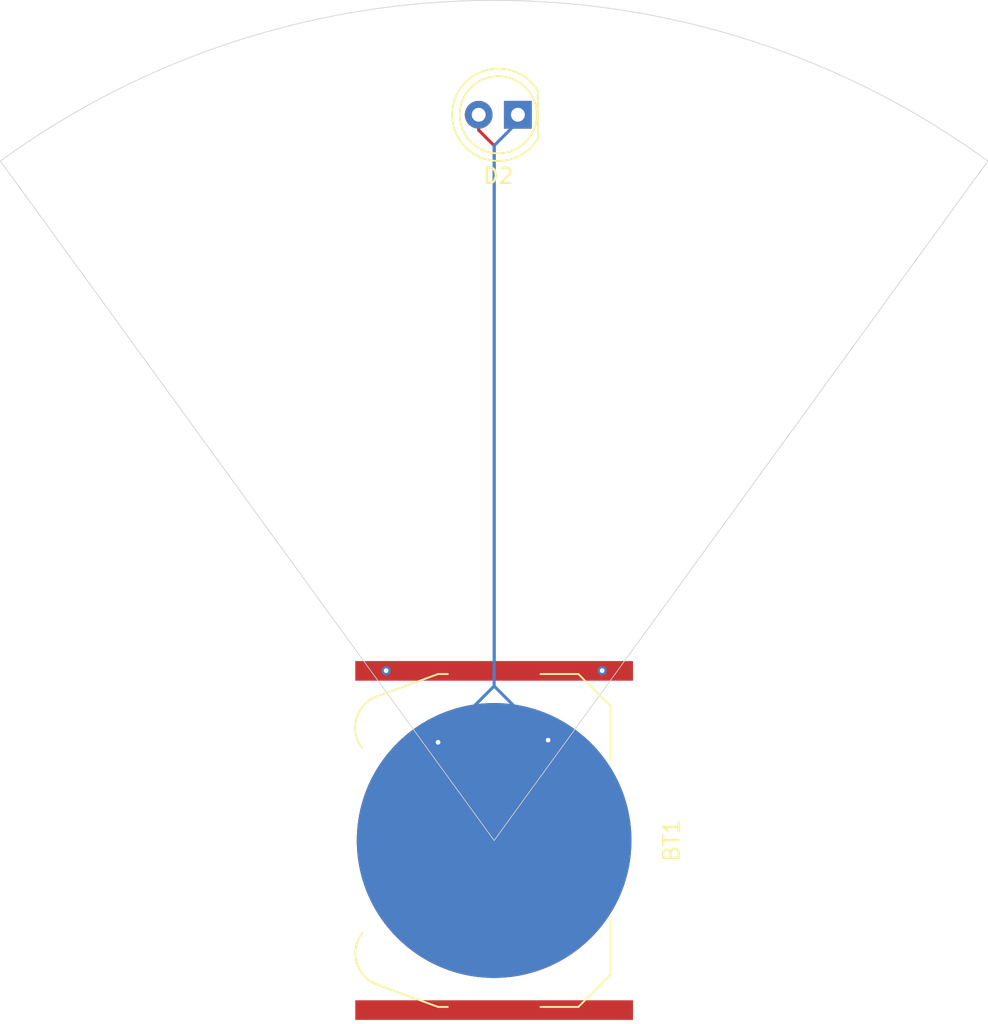
<source format=kicad_pcb>
(kicad_pcb (version 20241229) (generator "pcbnew") (generator_version "9.0")
  (layers (0 "F.Cu" signal) (2 "B.Cu" signal) (13 "F.Paste" user) (15 "B.Paste" user) (5 "F.SilkS" user "F.Silkscreen") (7 "B.SilkS" user "B.Silkscreen") (1 "F.Mask" user) (3 "B.Mask" user) (25 "Edge.Cuts" user))
  (net 0 "")
  (net 1 "Net-(BT1-+)")
  (net 2 "Net-(BT1--)")
  (footprint "Battery_MODIFIED:BatteryHolder_Keystone_3034_1x20mm MODIFIED" (layer "F.Cu") (at 200 80 -90)
    (property "Reference" "BT1" (at 0 -11.5 90) (layer "F.SilkS"))
    (property "Value" "Battery_Cell")
    (fp_line (start -10.78 3.63) (end -9.34 7.58) (stroke (width 0.12)) (layer "F.SilkS"))
    (fp_line (start 10.78 3.63) (end 9.34 7.58) (stroke (width 0.12)) (layer "F.SilkS"))
    (fp_line (start -10.78 3) (end -10.78 3.63) (stroke (width 0.12)) (layer "F.SilkS"))
    (fp_line (start 10.78 3) (end 10.78 3.63) (stroke (width 0.12)) (layer "F.SilkS"))
    (fp_line (start -10.78 -5.46) (end -10.78 -3) (stroke (width 0.12)) (layer "F.SilkS"))
    (fp_line (start 10.78 -5.46) (end 10.78 -3) (stroke (width 0.12)) (layer "F.SilkS"))
    (fp_line (start -8.7 -7.54) (end -10.78 -5.46) (stroke (width 0.12)) (layer "F.SilkS"))
    (fp_line (start -5.2 -7.54) (end -8.7 -7.54) (stroke (width 0.12)) (layer "F.SilkS"))
    (fp_line (start 8.7 -7.54) (end 10.78 -5.46) (stroke (width 0.12)) (layer "F.SilkS"))
    (fp_line (start 8.7 -7.54) (end 5.2 -7.54) (stroke (width 0.12)) (layer "F.SilkS"))
    (fp_arc (start -6.003354 8.56653) (mid -7.921654 8.918738) (end -9.34 7.58) (stroke (width 0.12)) (layer "F.SilkS"))
    (fp_arc (start 9.325243 7.588169) (mid 7.90634 8.911668) (end 6 8.55) (stroke (width 0.12)) (layer "F.SilkS"))
    (pad "1" smd rect (at -10.985 0 270) (size 1.27 18) (layers "F.Cu" "F.Mask" "F.Paste") (net 1 "Net-(BT1-+)"))
    (pad "1" smd rect (at 10.985 0 270) (size 1.27 18) (layers "F.Cu" "F.Mask" "F.Paste") (net 1 "Net-(BT1-+)"))
    (pad "2" smd circle (at 0 0 270) (size 17.8 17.8) (layers "F.Cu" "F.Mask") (net 2 "Net-(BT1--)"))
  )
  (footprint "LED_THT:LED_D5.0mm" (layer "F.Cu") (at 201.54 33 180)
    (property "Reference" "D2" (at 1.27 -3.96 0) (layer "F.SilkS"))
    (property "Value" "LED")
    (fp_line (start -1.29 -1.545) (end -1.29 1.545) (stroke (width 0.12)) (layer "F.SilkS"))
    (fp_arc (start 4.26 0) (mid 2.071779 2.880495) (end -1.29 1.54483) (stroke (width 0.12)) (layer "F.SilkS"))
    (fp_arc (start -1.29 -1.54483) (mid 2.071779 -2.880495) (end 4.26 0) (stroke (width 0.12)) (layer "F.SilkS"))
    (fp_circle (center 1.27 0) (end 3.77 0) (stroke (width 0.12)) (fill no) (layer "F.SilkS"))
    (pad "1" thru_hole rect (at 0 0 180) (size 1.8 1.8) (drill 0.9) (layers "*.Cu" "*.Mask") (net 2 "Net-(BT1--)"))
    (pad "2" thru_hole circle (at 2.54 0 180) (size 1.8 1.8) (drill 0.9) (layers "*.Cu" "*.Mask") (net 1 "Net-(BT1-+)"))
  )
  (footprint "" (layer "B.Cu") (at 200 80 180)
    (property "Reference" "" (at 0 0 0) (layer "B.SilkS") (effects (font (size 1.27 1.27)) (justify mirror)))
    (property "Value" "")
    (pad "2" smd circle (at 0 0 90) (size 17.8 17.8) (layers "B.Cu" "B.Mask") (net 2 "Net-(BT1--)"))
  )
  (gr_arc (start 168 36) (mid 200 25.594118) (end 232 36) (stroke (width 0.05)) (layer "Edge.Cuts"))
  (gr_line (start 200 80) (end 232 36) (stroke (width 0.05)) (layer "Edge.Cuts"))
  (gr_line (start 200 80) (end 168 36) (stroke (width 0.05)) (layer "Edge.Cuts"))
  (segment (start 200 69.03) (end 193.03 69.03) (width 0.2) (layer "F.Cu") (net 1))
  (segment (start 199 33) (end 199 34) (width 0.2) (layer "F.Cu") (net 1))
  (segment (start 206.97 69.03) (end 207 69) (width 0.2) (layer "F.Cu") (net 1))
  (segment (start 193.03 69.03) (end 193 69) (width 0.2) (layer "F.Cu") (net 1))
  (segment (start 199 34) (end 200 35) (width 0.2) (layer "F.Cu") (net 1))
  (segment (start 200 69.03) (end 206.97 69.03) (width 0.2) (layer "F.Cu") (net 1))
  (segment (start 200 35) (end 200 69.015) (width 0.2) (layer "F.Cu") (net 1))
  (via (at 207 69) (size 0.6) (drill 0.3) (layers "F.Cu" "B.Cu") (net 1))
  (via (at 193 69) (size 0.6) (drill 0.3) (layers "F.Cu" "B.Cu") (net 1))
  (via (at 203.5 73.5) (size 0.6) (drill 0.3) (layers "F.Cu" "B.Cu") (net 2))
  (via (at 196.365661 73.642636) (size 0.6) (drill 0.3) (layers "F.Cu" "B.Cu") (net 2))
  (segment (start 196.365661 73.642636) (end 196.624591 73.383706) (width 0.2) (layer "B.Cu") (net 2))
  (segment (start 196.624591 73.383706) (end 196.624591 73.375408) (width 0.2) (layer "B.Cu") (net 2))
  (segment (start 199.999999 70) (end 199.999999 35.000001) (width 0.2) (layer "B.Cu") (net 2))
  (segment (start 203.5 73.5) (end 200 70) (width 0.2) (layer "B.Cu") (net 2))
  (segment (start 196.624591 73.375408) (end 199.999999 70) (width 0.2) (layer "B.Cu") (net 2))
  (segment (start 200 70) (end 199.999999 70) (width 0.2) (layer "B.Cu") (net 2))
  (segment (start 201.54 33.46) (end 201.54 33) (width 0.2) (layer "B.Cu") (net 2))
  (segment (start 199.999999 35.000001) (end 201.54 33.46) (width 0.2) (layer "B.Cu") (net 2))
)
</source>
